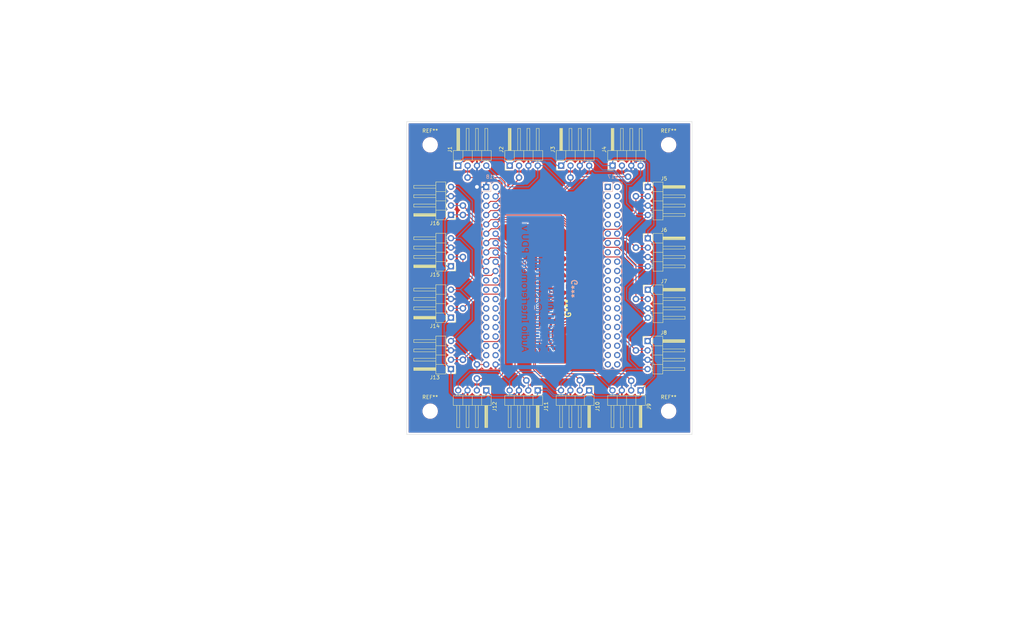
<source format=kicad_pcb>
(kicad_pcb (version 20211014) (generator pcbnew)
  (layers (0 "F.Cu" signal) (31 "B.Cu" signal) (34 "B.Paste" user) (35 "F.Paste" user) (36 "B.SilkS" user "B.Silkscreen") (37 "F.SilkS" user "F.Silkscreen") (38 "B.Mask" user) (39 "F.Mask" user) (44 "Edge.Cuts" user))
  (net 0 "")
  (net 1 "/CLK")
  (net 2 "/D1")
  (net 3 "/GND")
  (net 4 "/3V3")
  (net 5 "/D2")
  (net 6 "/D3")
  (net 7 "/D4")
  (net 8 "/D5")
  (net 9 "/D6")
  (net 10 "/D7")
  (net 11 "/D8")
  (net 12 "/D9")
  (net 13 "/D10")
  (net 14 "/D11")
  (net 15 "/D12")
  (net 16 "/D13")
  (net 17 "/D14")
  (net 18 "/D15")
  (net 19 "/D16")
  (footprint "MountingHole:MountingHole_3.2mm_M3_DIN965" (layer "F.Cu") (at 109.22 12.7)
    (fp_text reference "REF**")
    (fp_text value "MountingHole_3.2mm_M3_DIN965")
  )
  (footprint "MountingHole:MountingHole_3.2mm_M3_DIN965" (layer "F.Cu") (at 109.22 85.09)
    (fp_text reference "REF**")
    (fp_text value "MountingHole_3.2mm_M3_DIN965")
  )
  (footprint "MountingHole:MountingHole_3.2mm_M3_DIN965" (layer "F.Cu") (at 44.45 85.09)
    (fp_text reference "REF**")
    (fp_text value "MountingHole_3.2mm_M3_DIN965")
  )
  (footprint "LOGO" (layer "F.Cu") (at 81.915 57.15 90)
    (fp_text reference "G***")
    (fp_text value "LOGO" hide)
  )
  (footprint "Connector_PinHeader_2.54mm:PinHeader_1x04_P2.54mm_Horizontal" (layer "F.Cu") (at 101.59 79.445 -90)
    (fp_text reference "J9")
    (fp_text value "Conn_01x04")
  )
  (footprint "Connector_PinHeader_2.54mm:PinHeader_1x04_P2.54mm_Horizontal" (layer "F.Cu") (at 80.02 18.345 90)
    (fp_text reference "J3")
    (fp_text value "Conn_01x04")
  )
  (footprint "Connector_PinHeader_2.54mm:PinHeader_1x04_P2.54mm_Horizontal" (layer "F.Cu") (at 103.575 38.11)
    (fp_text reference "J6")
    (fp_text value "Conn_01x04")
  )
  (footprint "Connector_PinHeader_2.54mm:PinHeader_1x04_P2.54mm_Horizontal" (layer "F.Cu") (at 50.095 45.71 180)
    (fp_text reference "J15")
    (fp_text value "Conn_01x04")
  )
  (footprint "Connector_PinHeader_2.54mm:PinHeader_1x04_P2.54mm_Horizontal" (layer "F.Cu") (at 103.575 52.08)
    (fp_text reference "J7")
    (fp_text value "Conn_01x04")
  )
  (footprint "Connector_PinHeader_2.54mm:PinHeader_1x04_P2.54mm_Horizontal" (layer "F.Cu") (at 50.095 31.74 180)
    (fp_text reference "J16")
    (fp_text value "Conn_01x04")
  )
  (footprint "Connector_PinHeader_2.54mm:PinHeader_1x04_P2.54mm_Horizontal" (layer "F.Cu") (at 50.095 73.65 180)
    (fp_text reference "J13")
    (fp_text value "Conn_01x04")
  )
  (footprint "Connector_PinHeader_2.54mm:PinHeader_1x04_P2.54mm_Horizontal" (layer "F.Cu") (at 66.05 18.345 90)
    (fp_text reference "J2")
    (fp_text value "Conn_01x04")
  )
  (footprint "Connector_PinHeader_2.54mm:PinHeader_1x04_P2.54mm_Horizontal" (layer "F.Cu") (at 50.095 59.68 180)
    (fp_text reference "J14")
    (fp_text value "Conn_01x04")
  )
  (footprint "Connector_PinHeader_2.54mm:PinHeader_1x04_P2.54mm_Horizontal" (layer "F.Cu") (at 103.505 66.04)
    (fp_text reference "J8")
    (fp_text value "Conn_01x04")
  )
  (footprint "Connector_PinHeader_2.54mm:PinHeader_1x04_P2.54mm_Horizontal" (layer "F.Cu") (at 103.575 24.14)
    (fp_text reference "J5")
    (fp_text value "Conn_01x04")
  )
  (footprint "Connector_PinHeader_2.54mm:PinHeader_1x04_P2.54mm_Horizontal" (layer "F.Cu") (at 93.99 18.345 90)
    (fp_text reference "J4")
    (fp_text value "Conn_01x04")
  )
  (footprint "Connector_PinHeader_2.54mm:PinHeader_1x04_P2.54mm_Horizontal" (layer "F.Cu") (at 52.08 18.345 90)
    (fp_text reference "J1")
    (fp_text value "Conn_01x04")
  )
  (footprint "Connector_PinHeader_2.54mm:PinHeader_1x04_P2.54mm_Horizontal" (layer "F.Cu") (at 87.62 79.445 -90)
    (fp_text reference "J10")
    (fp_text value "Conn_01x04")
  )
  (footprint "MountingHole:MountingHole_3.2mm_M3_DIN965" (layer "F.Cu") (at 44.45 12.7)
    (fp_text reference "REF**")
    (fp_text value "MountingHole_3.2mm_M3_DIN965")
  )
  (footprint "Connector_PinHeader_2.54mm:PinHeader_1x04_P2.54mm_Horizontal" (layer "F.Cu") (at 73.65 79.445 -90)
    (fp_text reference "J11")
    (fp_text value "Conn_01x04")
  )
  (footprint "Connector_PinHeader_2.54mm:PinHeader_1x04_P2.54mm_Horizontal" (layer "F.Cu") (at 59.68 79.445 -90)
    (fp_text reference "J12")
    (fp_text value "Conn_01x04")
  )
  (footprint "Connector_PinSocket_2.54mm:PinSocket_2x20_P2.54mm_Vertical" (layer "B.Cu") (at 59.67 24.16 180)
    (fp_text reference "J18")
    (fp_text value "Conn_02x20_Odd_Even")
  )
  (footprint "Connector_PinSocket_2.54mm:PinSocket_2x20_P2.54mm_Vertical" (layer "B.Cu") (at 92.71 24.13 180)
    (fp_text reference "J17")
    (fp_text value "Conn_02x20_Odd_Even")
  )
  (footprint "LOGO" (layer "B.Cu") (at 73.025 52.07 90)
    (fp_text reference "G***")
    (fp_text value "LOGO" hide)
  )
  (gr_line (start 38.1 91.44) (end 38.1 6.35) (layer "Edge.Cuts") (width 0.1))
  (gr_line (start 115.57 6.35) (end 115.57 91.44) (layer "Edge.Cuts") (width 0.1))
  (gr_line (start 38.1 6.35) (end 115.57 6.35) (layer "Edge.Cuts") (width 0.1))
  (gr_line (start 115.57 91.44) (end 38.1 91.44) (layer "Edge.Cuts") (width 0.1))
  (segment (start 57.785 34.925) (end 57.785 48.13) (width 0.25) (layer "F.Cu") (net 1))
  (segment (start 57.785 48.13) (end 57.85 48.195) (width 0.25) (layer "F.Cu") (net 1))
  (segment (start 57.85 48.195) (end 61.035 48.195) (width 0.25) (layer "F.Cu") (net 1))
  (segment (start 53.34 31.75) (end 54.61 31.75) (width 0.25) (layer "F.Cu") (net 1))
  (segment (start 54.61 31.75) (end 57.785 34.925) (width 0.25) (layer "F.Cu") (net 1))
  (segment (start 61.035 48.195) (end 62.21 47.02) (width 0.25) (layer "F.Cu") (net 1))
  (via (at 53.34 31.75) (size 1.778) (drill 1.016) (layers "F.Cu" "B.Cu") (net 1))
  (segment (start 59.68 79.445) (end 59.68 80.545) (width 0.25) (layer "B.Cu") (net 1))
  (segment (start 103.575 36.12638) (end 103.575 38.11) (width 0.25) (layer "B.Cu") (net 1))
  (segment (start 73.65 79.445) (end 73.65 80.545) (width 0.25) (layer "B.Cu") (net 1))
  (segment (start 103.575 24.14) (end 104.675 24.14) (width 0.25) (layer "B.Cu") (net 1))
  (segment (start 48.26 61.515) (end 50.095 59.68) (width 0.25) (layer "B.Cu") (net 1))
  (segment (start 50.095 45.71) (end 48.995 45.71) (width 0.25) (layer "B.Cu") (net 1))
  (segment (start 101.59 79.445) (end 101.59 80.545) (width 0.25) (layer "B.Cu") (net 1))
  (segment (start 103.505 66.04) (end 104.775 67.31) (width 0.25) (layer "B.Cu") (net 1))
  (segment (start 66.05 18.345) (end 64.215 16.51) (width 0.25) (layer "B.Cu") (net 1))
  (segment (start 61.304501 81.069501) (end 59.68 79.445) (width 0.25) (layer "B.Cu") (net 1))
  (segment (start 78.92 18.345) (end 77.295499 16.720499) (width 0.25) (layer "B.Cu") (net 1))
  (segment (start 48.26 71.815) (end 48.26 61.515) (width 0.25) (layer "B.Cu") (net 1))
  (segment (start 105.41 75.625) (end 101.59 79.445) (width 0.25) (layer "B.Cu") (net 1))
  (segment (start 94.514501 16.720499) (end 102.445499 16.720499) (width 0.25) (layer "B.Cu") (net 1))
  (segment (start 103.575 52.08) (end 105.41 53.915) (width 0.25) (layer "B.Cu") (net 1))
  (segment (start 48.470499 45.185499) (end 48.470499 33.364501) (width 0.25) (layer "B.Cu") (net 1))
  (segment (start 93.99 17.245) (end 94.514501 16.720499) (width 0.25) (layer "B.Cu") (net 1))
  (segment (start 73.72 79.375) (end 73.65 79.445) (width 0.25) (layer "B.Cu") (net 1))
  (segment (start 105.199501 34.501879) (end 103.575 36.12638) (width 0.25) (layer "B.Cu") (net 1))
  (segment (start 87.62 79.445) (end 85.995499 81.069501) (width 0.25) (layer "B.Cu") (net 1))
  (segment (start 105.41 53.915) (end 105.41 64.135) (width 0.25) (layer "B.Cu") (net 1))
  (segment (start 53.33 31.74) (end 53.34 31.75) (width 0.25) (layer "B.Cu") (net 1))
  (segment (start 50.095 73.65) (end 48.26 71.815) (width 0.25) (layer "B.Cu") (net 1))
  (segment (start 103.575 38.11) (end 105.199501 39.734501) (width 0.25) (layer "B.Cu") (net 1))
  (segment (start 85.995499 81.069501) (end 77.894501 81.069501) (width 0.25) (layer "B.Cu") (net 1))
  (segment (start 91.37 18.345) (end 93.99 18.345) (width 0.25) (layer "B.Cu") (net 1))
  (segment (start 80.02 18.345) (end 81.644501 16.720499) (width 0.25) (layer "B.Cu") (net 1))
  (segment (start 80.02 18.345) (end 78.92 18.345) (width 0.25) (layer "B.Cu") (net 1))
  (segment (start 105.41 64.135) (end 103.505 66.04) (width 0.25) (layer "B.Cu") (net 1))
  (segment (start 105.199501 39.734501) (end 105.199501 50.455499) (width 0.25) (layer "B.Cu") (net 1))
  (segment (start 104.775 71.755) (end 105.41 72.39) (width 0.25) (layer "B.Cu") (net 1))
  (segment (start 105.41 72.39) (end 105.41 75.625) (width 0.25) (layer "B.Cu") (net 1))
  (segment (start 76.2 79.375) (end 73.72 79.375) (width 0.25) (layer "B.Cu") (net 1))
  (segment (start 93.99 18.345) (end 93.99 17.245) (width 0.25) (layer "B.Cu") (net 1))
  (segment (start 101.065499 81.069501) (end 89.244501 81.069501) (width 0.25) (layer "B.Cu") (net 1))
  (segment (start 48.470499 58.055499) (end 48.470499 47.334501) (width 0.25) (layer "B.Cu") (net 1))
  (segment (start 48.995 45.71) (end 48.470499 45.185499) (width 0.25) (layer "B.Cu") (net 1))
  (segment (start 73.65 80.545) (end 73.125499 81.069501) (width 0.25) (layer "B.Cu") (net 1))
  (segment (start 105.199501 50.455499) (end 103.575 52.08) (width 0.25) (layer "B.Cu") (net 1))
  (segment (start 104.675 24.14) (end 105.199501 24.664501) (width 0.25) (layer "B.Cu") (net 1))
  (segment (start 102.445499 16.720499) (end 103.575 17.85) (width 0.25) (layer "B.Cu") (net 1))
  (segment (start 89.244501 81.069501) (end 87.62 79.445) (width 0.25) (layer "B.Cu") (net 1))
  (segment (start 73.125499 81.069501) (end 61.304501 81.069501) (width 0.25) (layer "B.Cu") (net 1))
  (segment (start 51.224501 81.069501) (end 50.095 79.94) (width 0.25) (layer "B.Cu") (net 1))
  (segment (start 50.095 59.68) (end 48.470499 58.055499) (width 0.25) (layer "B.Cu") (net 1))
  (segment (start 64.215 16.51) (end 53.915 16.51) (width 0.25) (layer "B.Cu") (net 1))
  (segment (start 77.295499 16.720499) (end 67.674501 16.720499) (width 0.25) (layer "B.Cu") (net 1))
  (segment (start 89.745499 16.720499) (end 91.37 18.345) (width 0.25) (layer "B.Cu") (net 1))
  (segment (start 104.775 67.31) (end 104.775 71.755) (width 0.25) (layer "B.Cu") (net 1))
  (segment (start 59.155499 81.069501) (end 51.224501 81.069501) (width 0.25) (layer "B.Cu") (net 1))
  (segment (start 105.199501 24.664501) (end 105.199501 34.501879) (width 0.25) (layer "B.Cu") (net 1))
  (segment (start 53.915 16.51) (end 52.08 18.345) (width 0.25) (layer "B.Cu") (net 1))
  (segment (start 59.68 80.545) (end 59.155499 81.069501) (width 0.25) (layer "B.Cu") (net 1))
  (segment (start 101.59 80.545) (end 101.065499 81.069501) (width 0.25) (layer "B.Cu") (net 1))
  (segment (start 50.095 31.74) (end 53.33 31.74) (width 0.25) (layer "B.Cu") (net 1))
  (segment (start 81.644501 16.720499) (end 89.745499 16.720499) (width 0.25) (layer "B.Cu") (net 1))
  (segment (start 67.674501 16.720499) (end 66.05 18.345) (width 0.25) (layer "B.Cu") (net 1))
  (segment (start 48.470499 47.334501) (end 50.095 45.71) (width 0.25) (layer "B.Cu") (net 1))
  (segment (start 50.095 79.94) (end 50.095 73.65) (width 0.25) (layer "B.Cu") (net 1))
  (segment (start 48.470499 33.364501) (end 50.095 31.74) (width 0.25) (layer "B.Cu") (net 1))
  (segment (start 77.894501 81.069501) (end 76.2 79.375) (width 0.25) (layer "B.Cu") (net 1))
  (segment (start 103.575 17.85) (end 103.575 24.14) (width 0.25) (layer "B.Cu") (net 1))
  (segment (start 63.5 21.59) (end 64.77 22.86) (width 0.25) (layer "F.Cu") (net 2))
  (segment (start 64.77 22.86) (end 64.77 24.14) (width 0.25) (layer "F.Cu") (net 2))
  (segment (start 54.61 21.59) (end 63.5 21.59) (width 0.25) (layer "F.Cu") (net 2))
  (segment (start 64.77 24.14) (end 62.21 26.7) (width 0.25) (layer "F.Cu") (net 2))
  (via (at 54.61 21.59) (size 1.778) (drill 1.016) (layers "F.Cu" "B.Cu") (net 2))
  (segment (start 54.62 18.345) (end 54.62 21.58) (width 0.25) (layer "B.Cu") (net 2))
  (segment (start 54.62 21.58) (end 54.61 21.59) (width 0.25) (layer "B.Cu") (net 2))
  (segment (start 57.15 24.13) (end 57.18 24.16) (width 0.25) (layer "F.Cu") (net 3))
  (segment (start 57.18 24.16) (end 59.67 24.16) (width 0.25) (layer "F.Cu") (net 3))
  (via (at 57.15 24.13) (size 1.778) (drill 1.016) (layers "F.Cu" "B.Cu") (net 3))
  (segment (start 104.19931 76.2) (end 102.235 76.2) (width 0.25) (layer "B.Cu") (net 3))
  (segment (start 52.07 33.655) (end 53.975 33.655) (width 0.25) (layer "B.Cu") (net 3))
  (segment (start 53.33 40.63) (end 50.095 40.63) (width 0.25) (layer "B.Cu") (net 3))
  (segment (start 57.16 18.345) (end 58.545499 16.959501) (width 0.25) (layer "B.Cu") (net 3))
  (segment (start 102.87 17.78069) (end 102.87 20.955) (width 0.25) (layer "B.Cu") (net 3))
  (segment (start 58.545499 16.959501) (end 60.774501 16.959501) (width 0.25) (layer "B.Cu") (net 3))
  (segment (start 54.61 41.91) (end 53.33 40.63) (width 0.25) (layer "B.Cu") (net 3))
  (segment (start 48.92 53.425) (end 48.92 50.775) (width 0.25) (layer "B.Cu") (net 3))
  (segment (start 48.92 50.775) (end 54.61 45.085) (width 0.25) (layer "B.Cu") (net 3))
  (segment (start 96.51 79.445) (end 95.335 80.62) (width 0.25) (layer "B.Cu") (net 3))
  (segment (start 71.13 22.215) (end 71.13 18.345) (width 0.25) (layer "B.Cu") (net 3))
  (segment (start 71.13 18.345) (end 72.305 17.17) (width 0.25) (layer "B.Cu") (net 3))
  (segment (start 53.975 33.655) (end 55.245 32.385) (width 0.25) (layer "B.Cu") (net 3))
  (segment (start 99.92 21.364655) (end 99.92 19.195) (width 0.25) (layer "B.Cu") (net 3))
  (segment (start 102.25931 17.17) (end 102.87 17.78069) (width 0.25) (layer "B.Cu") (net 3))
  (segment (start 103.575 43.19) (end 104.75 44.365) (width 0.25) (layer "B.Cu") (net 3))
  (segment (start 57.16 18.345) (end 57.16 24.12) (width 0.25) (layer "B.Cu") (net 3))
  (segment (start 104.75 33.045) (end 98.425 39.37) (width 0.25) (layer "B.Cu") (net 3))
  (segment (start 52.695 68.57) (end 50.095 68.57) (width 0.25) (layer "B.Cu") (net 3))
  (segment (start 50.095 68.57) (end 48.709501 67.184501) (width 0.25) (layer "B.Cu") (net 3))
  (segment (start 98.425 27.305) (end 100.34 29.22) (width 0.25) (layer "B.Cu") (net 3))
  (segment (start 103.575 29.22) (end 104.75 30.395) (width 0.25) (layer "B.Cu") (net 3))
  (segment (start 54.6 76.21) (end 54.6 79.445) (width 0.25) (layer "B.Cu") (net 3))
  (segment (start 102.87 20.955) (end 98.425 25.4) (width 0.25) (layer "B.Cu") (net 3))
  (segment (start 104.775 72.39069) (end 104.775 75.62431) (width 0.25) (layer "B.Cu") (net 3))
  (segment (start 97.79 74.93) (end 96.51 76.21) (width 0.25) (layer "B.Cu") (net 3))
  (segment (start 55.245 32.385) (end 55.245 28.555) (width 0.25) (layer "B.Cu") (net 3))
  (segment (start 103.575 57.16) (end 104.75 58.335) (width 0.25) (layer "B.Cu") (net 3))
  (segment (start 98.424655 22.86) (end 99.92 21.364655) (width 0.25) (layer "B.Cu") (net 3))
  (segment (start 104.75 44.365) (end 104.75 46.38) (width 0.25) (layer "B.Cu") (net 3))
  (segment (start 82.54 77.46) (end 82.54 79.445) (width 0.25) (layer "B.Cu") (net 3))
  (segment (start 97.79069 22.86) (end 98.424655 22.86) (width 0.25) (layer "B.Cu") (net 3))
  (segment (start 54.61 45.085) (end 54.61 41.91) (width 0.25) (layer "B.Cu") (net 3))
  (segment (start 81.28 22.86) (end 83.82 22.86) (width 0.25) (layer "B.Cu") (net 3))
  (segment (start 104.75 30.395) (end 104.75 33.045) (width 0.25) (layer "B.Cu") (net 3))
  (segment (start 104.75 61.62069) (end 98.874501 67.496189) (width 0.25) (layer "B.Cu") (net 3))
  (segment (start 67.31 23.495) (end 69.85 23.495) (width 0.25) (layer "B.Cu") (net 3))
  (segment (start 69.85 74.93) (end 68.57 76.21) (width 0.25) (layer "B.Cu") (net 3))
  (segment (start 99.07 18.345) (end 100.245 17.17) (width 0.25) (layer "B.Cu") (net 3))
  (segment (start 98.874501 69.664501) (end 100.33 71.12) (width 0.25) (layer "B.Cu") (net 3))
  (segment (start 98.425 41.275) (end 100.34 43.19) (width 0.25) (layer "B.Cu") (net 3))
  (segment (start 103.505 71.12) (end 103.505 71.12069) (width 0.25) (layer "B.Cu") (net 3))
  (segment (start 82.54 79.445) (end 81.365 80.62) (width 0.25) (layer "B.Cu") (net 3))
  (segment (start 48.709501 67.184501) (end 48.709501 63.685499) (width 0.25) (layer "B.Cu") (net 3))
  (segment (start 50.095 54.6) (end 48.92 53.425) (width 0.25) (layer "B.Cu") (net 3))
  (segment (start 85.1 21.58) (end 85.1 18.345) (width 0.25) (layer "B.Cu") (net 3))
  (segment (start 100.245 17.17) (end 102.25931 17.17) (width 0.25) (layer "B.Cu") (net 3))
  (segment (start 83.82 74.93) (end 81.915 76.835) (width 0.25) (layer "B.Cu") (net 3))
  (segment (start 55.245 56.515) (end 53.33 54.6) (width 0.25) (layer "B.Cu") (net 3))
  (segment (start 55.245 57.15) (end 55.245 56.515) (width 0.25) (layer "B.Cu") (net 3))
  (segment (start 48.92 36.805) (end 52.07 33.655) (width 0.25) (layer "B.Cu") (net 3))
  (segment (start 78.08069 80.62) (end 72.39069 74.93) (width 0.25) (layer "B.Cu") (net 3))
  (segment (start 104.775 75.62431) (end 104.19931 76.2) (width 0.25) (layer "B.Cu") (net 3))
  (segment (start 85.1 18.345) (end 86.275 17.17) (width 0.25) (layer "B.Cu") (net 3))
  (segment (start 54.61 70.485) (end 52.695 68.57) (width 0.25) (layer "B.Cu") (net 3))
  (segment (start 100.34 29.22) (end 103.575 29.22) (width 0.25) (layer "B.Cu") (net 3))
  (segment (start 54.6 79.445) (end 53.425 80.62) (width 0.25) (layer "B.Cu") (net 3))
  (segment (start 94.45069 19.52) (end 97.79069 22.86) (width 0.25) (layer "B.Cu") (net 3))
  (segment (start 50.8 80.00931) (end 50.8 76.2) (width 0.25) (layer "B.Cu") (net 3))
  (segment (start 55.245 28.555) (end 53.35 26.66) (width 0.25) (layer "B.Cu") (net 3))
  (segment (start 100.97569 57.16) (end 103.575 57.16) (width 0.25) (layer "B.Cu") (net 3))
  (segment (start 87.63 74.93) (end 83.82 74.93) (width 0.25) (layer "B.Cu") (net 3))
  (segment (start 60.774501 16.959501) (end 67.31 23.495) (width 0.25) (layer "B.Cu") (net 3))
  (segment (start 98.425 52.705) (end 98.425 54.60931) (width 0.25) (layer "B.Cu") (net 3))
  (segment (start 91.275 19.52) (end 94.45069 19.52) (width 0.25) (layer "B.Cu") (net 3))
  (segment (start 100.34 43.19) (end 103.575 43.19) (width 0.25) (layer "B.Cu") (net 3))
  (segment (start 104.75 46.38) (end 98.425 52.705) (width 0.25) (layer "B.Cu") (net 3))
  (segment (start 50.8 76.2) (end 54.61 72.39) (width 0.25) (layer "B.Cu") (net 3))
  (segment (start 75.59 17.17) (end 81.28 22.86) (width 0.25) (layer "B.Cu") (net 3))
  (segment (start 83.82 22.86) (end 85.1 21.58) (width 0.25) (layer "B.Cu") (net 3))
  (segment (start 57.16 24.12) (end 57.15 24.13) (width 0.25) (layer "B.Cu") (net 3))
  (segment (start 55.88 74.93) (end 54.6 76.21) (width 0.25) (layer "B.Cu") (net 3))
  (segment (start 100.965 74.93) (end 97.79 74.93) (width 0.25) (layer "B.Cu") (net 3))
  (segment (start 98.425 54.60931) (end 100.97569 57.16) (width 0.25) (layer "B.Cu") (net 3))
  (segment (start 65.38 80.62) (end 59.69 74.93) (width 0.25) (layer "B.Cu") (net 3))
  (segment (start 95.335 80.62) (end 93.32 80.62) (width 0.25) (layer "B.Cu") (net 3))
  (segment (start 68.57 76.21) (end 68.57 79.445) (width 0.25) (layer "B.Cu") (net 3))
  (segment (start 59.69 74.93) (end 55.88 74.93) (width 0.25) (layer "B.Cu") (net 3))
  (segment (start 98.425 39.37) (end 98.425 41.275) (width 0.25) (layer "B.Cu") (net 3))
  (segment (start 67.395 80.62) (end 65.38 80.62) (width 0.25) (layer "B.Cu") (net 3))
  (segment (start 81.365 80.62) (end 78.08069 80.62) (width 0.25) (layer "B.Cu") (net 3))
  (segment (start 72.305 17.17) (end 75.59 17.17) (width 0.25) (layer "B.Cu") (net 3))
  (segment (start 102.235 76.2) (end 100.965 74.93) (width 0.25) (layer "B.Cu") (net 3))
  (segment (start 48.92 39.455) (end 48.92 36.805) (width 0.25) (layer "B.Cu") (net 3))
  (segment (start 98.425 25.4) (end 98.425 27.305) (width 0.25) (layer "B.Cu") (net 3))
  (segment (start 53.35 26.66) (end 50.095 26.66) (width 0.25) (layer "B.Cu") (net 3))
  (segment (start 86.275 17.17) (end 88.925 17.17) (width 0.25) (layer "B.Cu") (net 3))
  (segment (start 51.41069 80.62) (end 50.8 80.00931) (width 0.25) (layer "B.Cu") (net 3))
  (segment (start 54.61 72.39) (end 54.61 70.485) (width 0.25) (layer "B.Cu") (net 3))
  (segment (start 100.33 71.12) (end 103.505 71.12) (width 0.25) (layer "B.Cu") (net 3))
  (segment (start 104.75 58.335) (end 104.75 61.62069) (width 0.25) (layer "B.Cu") (net 3))
  (segment (start 99.92 19.195) (end 99.07 18.345) (width 0.25) (layer "B.Cu") (net 3))
  (segment (start 98.874501 67.496189) (end 98.874501 69.664501) (width 0.25) (layer "B.Cu") (net 3))
  (segment (start 81.915 76.835) (end 82.54 77.46) (width 0.25) (layer "B.Cu") (net 3))
  (segment (start 93.32 80.62) (end 87.63 74.93) (width 0.25) (layer "B.Cu") (net 3))
  (segment (start 53.425 80.62) (end 51.41069 80.62) (width 0.25) (layer "B.Cu") (net 3))
  (segment (start 68.57 79.445) (end 67.395 80.62) (width 0.25) (layer "B.Cu") (net 3))
  (segment (start 48.709501 63.685499) (end 55.245 57.15) (width 0.25) (layer "B.Cu") (net 3))
  (segment (start 69.85 23.495) (end 71.13 22.215) (width 0.25) (layer "B.Cu") (net 3))
  (segment (start 53.33 54.6) (end 50.095 54.6) (width 0.25) (layer "B.Cu") (net 3))
  (segment (start 72.39069 74.93) (end 69.85 74.93) (width 0.25) (layer "B.Cu") (net 3))
  (segment (start 50.095 40.63) (end 48.92 39.455) (width 0.25) (layer "B.Cu") (net 3))
  (segment (start 96.51 76.21) (end 96.51 79.445) (width 0.25) (layer "B.Cu") (net 3))
  (segment (start 103.505 71.12069) (end 104.775 72.39069) (width 0.25) (layer "B.Cu") (net 3))
  (segment (start 88.925 17.17) (end 91.275 19.52) (width 0.25) (layer "B.Cu") (net 3))
  (segment (start 59.67 72.42) (end 57.18 72.42) (width 0.25) (layer "F.Cu") (net 4))
  (segment (start 57.18 72.42) (end 57.15 72.39) (width 0.25) (layer "F.Cu") (net 4))
  (via (at 57.15 72.39) (size 1.778) (drill 1.016) (layers "F.Cu" "B.Cu") (net 4))
  (segment (start 101.61 18.345) (end 101.61 20.945) (width 0.25) (layer "B.Cu") (net 4))
  (segment (start 103.575 45.73) (end 97.79 51.515) (width 0.25) (layer "B.Cu") (net 4))
  (segment (start 97.79 23.495) (end 94.264501 19.969501) (width 0.25) (layer "B.Cu") (net 4))
  (segment (start 103.575 59.7) (end 98.425 64.85) (width 0.25) (layer "B.Cu") (net 4))
  (segment (start 55.88 41.275) (end 55.88 48.875) (width 0.25) (layer "B.Cu") (net 4))
  (segment (start 81.915 24.765) (end 83.185 24.765) (width 0.25) (layer "B.Cu") (net 4))
  (segment (start 97.79 23.495) (end 99.06 23.495) (width 0.25) (layer "B.Cu") (net 4))
  (segment (start 80 79.445) (end 80 77.48) (width 0.25) (layer "B.Cu") (net 4))
  (segment (start 57.15 72.39) (end 57.15 74.295) (width 0.25) (layer "B.Cu") (net 4))
  (segment (start 83.185 74.295) (end 88.82 74.295) (width 0.25) (layer "B.Cu") (net 4))
  (segment (start 51.445 38.09) (end 50.095 38.09) (width 0.25) (layer "B.Cu") (net 4))
  (segment (start 50.095 24.12) (end 52.06 24.12) (width 0.25) (layer "B.Cu") (net 4))
  (segment (start 62.865 74.295) (end 66.03 77.46) (width 0.25) (layer "B.Cu") (net 4))
  (segment (start 55.88 60.245) (end 50.095 66.03) (width 0.25) (layer "B.Cu") (net 4))
  (segment (start 55.88 55.245) (end 55.88 60.245) (width 0.25) (layer "B.Cu") (net 4))
  (segment (start 52.06 77.48) (end 55.245 74.295) (width 0.25) (layer "B.Cu") (net 4))
  (segment (start 98.425 64.85) (end 98.425 71.12) (width 0.25) (layer "B.Cu") (net 4))
  (segment (start 97.79 43.18) (end 97.79 37.545) (width 0.25) (layer "B.Cu") (net 4))
  (segment (start 80 77.48) (end 83.185 74.295) (width 0.25) (layer "B.Cu") (net 4))
  (segment (start 80 79.445) (end 78.175 79.445) (width 0.25) (layer "B.Cu") (net 4))
  (segment (start 73.67 18.345) (end 75.495 18.345) (width 0.25) (layer "B.Cu") (net 4))
  (segment (start 83.185 24.765) (end 87.64 20.31) (width 0.25) (layer "B.Cu") (net 4))
  (segment (start 103.575 45.73) (end 100.34 45.73) (width 0.25) (layer "B.Cu") (net 4))
  (segment (start 73.67 21.58) (end 73.67 18.345) (width 0.25) (layer "B.Cu") (net 4))
  (segment (start 52.695 38.09) (end 55.88 41.275) (width 0.25) (layer "B.Cu") (net 4))
  (segment (start 55.245 74.295) (end 57.15 74.295) (width 0.25) (layer "B.Cu") (net 4))
  (segment (start 97.79 73.66) (end 93.345 78.105) (width 0.25) (layer "B.Cu") (net 4))
  (segment (start 97.79 24.13) (end 97.79 23.495) (width 0.25) (layer "B.Cu") (net 4))
  (segment (start 103.575 31.76) (end 100.975 31.76) (width 0.25) (layer "B.Cu") (net 4))
  (segment (start 94.264501 19.969501) (end 89.264501 19.969501) (width 0.25) (layer "B.Cu") (net 4))
  (segment (start 78.175 79.445) (end 73.025 74.295) (width 0.25) (layer "B.Cu") (net 4))
  (segment (start 75.495 18.345) (end 81.915 24.765) (width 0.25) (layer "B.Cu") (net 4))
  (segment (start 93.345 78.82) (end 93.97 79.445) (width 0.25) (layer "B.Cu") (net 4))
  (segment (start 101.61 20.945) (end 99.06 23.495) (width 0.25) (layer "B.Cu") (net 4))
  (segment (start 50.095 52.06) (end 52.695 52.06) (width 0.25) (layer "B.Cu") (net 4))
  (segment (start 97.79 28.575) (end 97.79 24.13) (width 0.25) (layer "B.Cu") (net 4))
  (segment (start 93.345 78.105) (end 93.345 78.82) (width 0.25) (layer "B.Cu") (net 4))
  (segment (start 55.88 33.655) (end 51.445 38.09) (width 0.25) (layer "B.Cu") (net 4))
  (segment (start 55.88 27.94) (end 55.88 33.655) (width 0.25) (layer "B.Cu") (net 4))
  (segment (start 97.79 54.61) (end 102.88 59.7) (width 0.25) (layer "B.Cu") (net 4))
  (segment (start 88.82 74.295) (end 93.97 79.445) (width 0.25) (layer "B.Cu") (net 4))
  (segment (start 52.695 52.06) (end 55.88 55.245) (width 0.25) (layer "B.Cu") (net 4))
  (segment (start 52.06 79.445) (end 52.06 77.48) (width 0.25) (layer "B.Cu") (net 4))
  (segment (start 50.095 66.03) (end 51.297081 66.03) (width 0.25) (layer "B.Cu") (net 4))
  (segment (start 100.34 45.73) (end 97.79 43.18) (width 0.25) (layer "B.Cu") (net 4))
  (segment (start 66.03 77.46) (end 66.03 79.445) (width 0.25) (layer "B.Cu") (net 4))
  (segment (start 71.12 24.13) (end 73.67 21.58) (width 0.25) (layer "B.Cu") (net 4))
  (segment (start 100.965 73.66) (end 103.505 73.66) (width 0.25) (layer "B.Cu") (net 4))
  (segment (start 100.975 31.76) (end 97.79 28.575) (width 0.25) (layer "B.Cu") (net 4))
  (segment (start 57.15 71.882919) (end 57.15 72.39) (width 0.25) (layer "B.Cu") (net 4))
  (segment (start 87.64 20.31) (end 87.64 18.345) (width 0.25) (layer "B.Cu") (net 4))
  (segment (start 57.15 74.295) (end 62.865 74.295) (width 0.25) (layer "B.Cu") (net 4))
  (segment (start 102.88 59.7) (end 103.575 59.7) (width 0.25) (layer "B.Cu") (net 4))
  (segment (start 52.06 24.12) (end 55.88 27.94) (width 0.25) (layer "B.Cu") (net 4))
  (segment (start 98.425 71.12) (end 100.965 73.66) (width 0.25) (layer "B.Cu") (net 4))
  (segment (start 65.485 24.13) (end 71.12 24.13) (width 0.25) (layer "B.Cu") (net 4))
  (segment (start 59.7 18.345) (end 65.485 24.13) (width 0.25) (layer "B.Cu") (net 4))
  (segment (start 97.79 37.545) (end 103.575 31.76) (width 0.25) (layer "B.Cu") (net 4))
  (segment (start 51.297081 66.03) (end 57.15 71.882919) (width 0.25) (layer "B.Cu") (net 4))
  (segment (start 50.095 38.09) (end 52.695 38.09) (width 0.25) (layer "B.Cu") (net 4))
  (segment (start 66.03 76.845) (end 66.03 79.445) (width 0.25) (layer "B.Cu") (net 4))
  (segment (start 103.505 73.66) (end 97.79 73.66) (width 0.25) (layer "B.Cu") (net 4))
  (segment (start 97.79 51.515) (end 97.79 54.61) (width 0.25) (layer "B.Cu") (net 4))
  (segment (start 89.264501 19.969501) (end 87.64 18.345) (width 0.25) (layer "B.Cu") (net 4))
  (segment (start 55.88 48.875) (end 52.695 52.06) (width 0.25) (layer "B.Cu") (net 4))
  (segment (start 68.58 74.295) (end 66.03 76.845) (width 0.25) (layer "B.Cu") (net 4))
  (segment (start 73.025 74.295) (end 68.58 74.295) (width 0.25) (layer "B.Cu") (net 4))
  (segment (start 60.845 28.065) (end 59.67 29.24) (width 0.25) (layer "F.Cu") (net 5))
  (segment (start 68.58 21.991701) (end 62.506701 28.065) (width 0.25) (layer "F.Cu") (net 5))
  (segment (start 62.506701 28.065) (end 60.845 28.065) (width 0.25) (layer "F.Cu") (net 5))
  (segment (start 68.58 21.59) (end 68.58 21.991701) (width 0.25) (layer "F.Cu") (net 5))
  (via (at 68.58 21.59) (size 1.778) (drill 1.016) (layers "F.Cu" "B.Cu") (net 5))
  (segment (start 68.59 18.345) (end 68.59 21.58) (width 0.25) (layer "B.Cu") (net 5))
  (segment (start 68.59 21.58) (end 68.58 21.59) (width 0.25) (layer "B.Cu") (net 5))
  (segment (start 82.55 21.59) (end 82.55 22.86) (width 0.25) (layer "F.Cu") (net 6))
  (segment (start 82.55 22.86) (end 76.17 29.24) (width 0.25) (layer "F.Cu") (net 6))
  (segment (start 76.17 29.24) (end 62.21 29.24) (width 0.25) (layer "F.Cu") (net 6))
  (via (at 82.55 21.59) (size 1.778) (drill 1.016) (layers "F.Cu" "B.Cu") (net 6))
  (segment (start 82.56 21.58) (end 82.55 21.59) (width 0.25) (layer "B.Cu") (net 6))
  (segment (start 82.56 18.345) (end 82.56 21.58) (width 0.25) (layer "B.Cu") (net 6))
  (segment (start 62.78931 30.565) (end 63.50931 29.845) (width 0.25) (layer "F.Cu") (net 7))
  (segment (start 63.50931 29.845) (end 76.20069 29.845) (width 0.25) (layer "F.Cu") (net 7))
  (segment (start 84.678937 21.366753) (end 98.201753 21.366753) (width 0.25) (layer "F.Cu") (net 7))
  (segment (start 76.20069 29.845) (end 84.678937 21.366753) (width 0.25) (layer "F.Cu") (net 7))
  (segment (start 60.885 30.565) (end 62.78931 30.565) (width 0.25) (layer "F.Cu") (net 7))
  (segment (start 59.67 31.78) (end 60.885 30.565) (width 0.25) (layer "F.Cu") (net 7))
  (via (at 98.201753 21.366753) (size 1.778) (drill 1.016) (layers "F.Cu" "B.Cu") (net 7))
  (segment (start 96.53 18.345) (end 96.53 20.33) (width 0.25) (layer "B.Cu") (net 7))
  (segment (start 96.53 20.33) (end 97.566753 21.366753) (width 0.25) (layer "B.Cu") (net 7))
  (segment (start 97.566753 21.366753) (end 98.201753 21.366753) (width 0.25) (layer "B.Cu") (net 7))
  (segment (start 90.92665 38.735) (end 86.99707 38.735) (width 0.25) (layer "F.Cu") (net 8))
  (segment (start 100.33 30.871701) (end 95.546701 35.655) (width 0.25) (layer "F.Cu") (net 8))
  (segment (start 91.44 36.31665) (end 91.44 38.22165) (width 0.25) (layer "F.Cu") (net 8))
  (segment (start 100.33 26.67) (end 100.33 30.871701) (width 0.25) (layer "F.Cu") (net 8))
  (segment (start 86.99707 38.735) (end 80.04207 31.78) (width 0.25) (layer "F.Cu") (net 8))
  (segment (start 95.546701 35.655) (end 92.10165 35.655) (width 0.25) (layer "F.Cu") (net 8))
  (segment (start 80.04207 31.78) (end 62.21 31.78) (width 0.25) (layer "F.Cu") (net 8))
  (segment (start 92.10165 35.655) (end 91.44 36.31665) (width 0.25) (layer "F.Cu") (net 8))
  (segment (start 91.44 38.22165) (end 90.92665 38.735) (width 0.25) (layer "F.Cu") (net 8))
  (via (at 100.33 26.67) (size 1.778) (drill 1.016) (layers "F.Cu" "B.Cu") (net 8))
  (segment (start 100.34 26.68) (end 100.33 26.67) (width 0.25) (layer "B.Cu") (net 8))
  (segment (start 103.575 26.68) (end 100.34 26.68) (width 0.25) (layer "B.Cu") (net 8))
  (segment (start 90.92734 39.37) (end 86.99638 39.37) (width 0.25) (layer "F.Cu") (net 9))
  (segment (start 62.81431 33.02) (end 60.97 33.02) (width 0.25) (layer "F.Cu") (net 9))
  (segment (start 86.99638 39.37) (end 80.01138 32.385) (width 0.25) (layer "F.Cu") (net 9))
  (segment (start 60.97 33.02) (end 59.67 34.32) (width 0.25) (layer "F.Cu") (net 9))
  (segment (start 80.01138 32.385) (end 63.44931 32.385) (width 0.25) (layer "F.Cu") (net 9))
  (segment (start 97.79 38.1) (end 92.19734 38.1) (width 0.25) (layer "F.Cu") (net 9))
  (segment (start 92.19734 38.1) (end 90.92734 39.37) (width 0.25) (layer "F.Cu") (net 9))
  (segment (start 63.44931 32.385) (end 62.81431 33.02) (width 0.25) (layer "F.Cu") (net 9))
  (segment (start 100.33 40.64) (end 97.79 38.1) (width 0.25) (layer "F.Cu") (net 9))
  (via (at 100.33 40.64) (size 1.778) (drill 1.016) (layers "F.Cu" "B.Cu") (net 9))
  (segment (start 100.34 40.65) (end 100.33 40.64) (width 0.25) (layer "B.Cu") (net 9))
  (segment (start 103.575 40.65) (end 100.34 40.65) (width 0.25) (layer "B.Cu") (net 9))
  (segment (start 63.51 33.02) (end 62.21 34.32) (width 0.25) (layer "F.Cu") (net 10))
  (segment (start 86.810191 39.819501) (end 80.01069 33.02) (width 0.25) (layer "F.Cu") (net 10))
  (segment (start 100.33 54.61) (end 100.33 45.328299) (width 0.25) (layer "F.Cu") (net 10))
  (segment (start 91.254501 39.819501) (end 86.810191 39.819501) (width 0.25) (layer "F.Cu") (net 10))
  (segment (start 95.546701 40.545) (end 91.98 40.545) (width 0.25) (layer "F.Cu") (net 10))
  (segment (start 91.98 40.545) (end 91.254501 39.819501) (width 0.25) (layer "F.Cu") (net 10))
  (segment (start 100.33 45.328299) (end 95.546701 40.545) (width 0.25) (layer "F.Cu") (net 10))
  (segment (start 80.01069 33.02) (end 63.51 33.02) (width 0.25) (layer "F.Cu") (net 10))
  (via (at 100.33 54.61) (size 1.778) (drill 1.016) (layers "F.Cu" "B.Cu") (net 10))
  (segment (start 103.575 54.62) (end 100.34 54.62) (width 0.25) (layer "B.Cu") (net 10))
  (segment (start 100.34 54.62) (end 100.33 54.61) (width 0.25) (layer "B.Cu") (net 10))
  (segment (start 100.33 68.58) (end 96.52 64.77) (width 0.25) (layer "F.Cu") (net 11))
  (segment (start 96.52 43.815) (end 95.885 43.18) (width 0.25) (layer "F.Cu") (net 11))
  (segment (start 61.035 35.495) (end 59.67 36.86) (width 0.25) (layer "F.Cu") (net 11))
  (segment (start 92.075 43.18) (end 91.44 42.545) (width 0.25) (layer "F.Cu") (net 11))
  (segment (start 90.805 40.64) (end 86.995 40.64) (width 0.25) (layer "F.Cu") (net 11))
  (segment (start 95.885 43.18) (end 92.075 43.18) (width 0.25) (layer "F.Cu") (net 11))
  (segment (start 62.696701 35.495) (end 61.035 35.495) (width 0.25) (layer "F.Cu") (net 11))
  (segment (start 86.995 40.64) (end 80.01 33.655) (width 0.25) (layer "F.Cu") (net 11))
  (segment (start 96.52 64.77) (end 96.52 43.815) (width 0.25) (layer "F.Cu") (net 11))
  (segment (start 91.44 41.275) (end 90.805 40.64) (width 0.25) (layer "F.Cu") (net 11))
  (segment (start 80.01 33.655) (end 64.536701 33.655) (width 0.25) (layer "F.Cu") (net 11))
  (segment (start 91.44 42.545) (end 91.44 41.275) (width 0.25) (layer "F.Cu") (net 11))
  (segment (start 64.536701 33.655) (end 62.696701 35.495) (width 0.25) (layer "F.Cu") (net 11))
  (via (at 100.33 68.58) (size 1.778) (drill 1.016) (layers "F.Cu" "B.Cu") (net 11))
  (segment (start 103.505 68.58) (end 100.33 68.58) (width 0.25) (layer "B.Cu") (net 11))
  (segment (start 62.21 36.86) (end 73.025 47.675) (width 0.25) (layer "F.Cu") (net 12))
  (segment (start 97.155 74.93) (end 99.06 76.835) (width 0.25) (layer "F.Cu") (net 12))
  (segment (start 73.025 73.65931) (end 74.29569 74.93) (width 0.25) (layer "F.Cu") (net 12))
  (segment (start 74.29569 74.93) (end 97.155 74.93) (width 0.25) (layer "F.Cu") (net 12))
  (segment (start 73.025 47.675) (end 73.025 73.65931) (width 0.25) (layer "F.Cu") (net 12))
  (via (at 99.06 76.835) (size 1.778) (drill 1.016) (layers "F.Cu" "B.Cu") (net 12))
  (segment (start 99.05 76.845) (end 99.06 76.835) (width 0.25) (layer "B.Cu") (net 12))
  (segment (start 99.05 79.445) (end 99.05 76.845) (width 0.25) (layer "B.Cu") (net 12))
  (segment (start 60.845 38.225) (end 62.696701 38.225) (width 0.25) (layer "F.Cu") (net 13))
  (segment (start 72.575499 73.845499) (end 74.295 75.565) (width 0.25) (layer "F.Cu") (net 13))
  (segment (start 72.575499 48.103798) (end 72.575499 73.845499) (width 0.25) (layer "F.Cu") (net 13))
  (segment (start 62.696701 38.225) (end 72.575499 48.103798) (width 0.25) (layer "F.Cu") (net 13))
  (segment (start 83.947 75.565) (end 85.09 76.708) (width 0.25) (layer "F.Cu") (net 13))
  (segment (start 59.67 39.4) (end 60.845 38.225) (width 0.25) (layer "F.Cu") (net 13))
  (segment (start 74.295 75.565) (end 83.947 75.565) (width 0.25) (layer "F.Cu") (net 13))
  (via (at 85.09 76.708) (size 1.778) (drill 1.016) (layers "F.Cu" "B.Cu") (net 13))
  (segment (start 85.08 76.718) (end 85.09 76.708) (width 0.25) (layer "B.Cu") (net 13))
  (segment (start 85.08 79.445) (end 85.08 76.718) (width 0.25) (layer "B.Cu") (net 13))
  (segment (start 67.495499 44.685499) (end 67.495499 73.656649) (width 0.25) (layer "F.Cu") (net 14))
  (segment (start 67.495499 73.656649) (end 70.579425 76.740575) (width 0.25) (layer "F.Cu") (net 14))
  (segment (start 62.21 39.4) (end 67.495499 44.685499) (width 0.25) (layer "F.Cu") (net 14))
  (via (at 70.579425 76.740575) (size 1.778) (drill 1.016) (layers "F.Cu" "B.Cu") (net 14))
  (segment (start 71.11 77.27115) (end 70.579425 76.740575) (width 0.25) (layer "B.Cu") (net 14))
  (segment (start 71.11 79.445) (end 71.11 77.27115) (width 0.25) (layer "B.Cu") (net 14))
  (segment (start 64.77 53.975) (end 64.135 54.61) (width 0.25) (layer "F.Cu") (net 15))
  (segment (start 60.845 40.765) (end 62.696701 40.765) (width 0.25) (layer "F.Cu") (net 15))
  (segment (start 59.67 41.94) (end 60.845 40.765) (width 0.25) (layer "F.Cu") (net 15))
  (segment (start 64.135 54.61) (end 64.135 74.93) (width 0.25) (layer "F.Cu") (net 15))
  (segment (start 64.77 42.838299) (end 64.77 53.975) (width 0.25) (layer "F.Cu") (net 15))
  (segment (start 62.696701 40.765) (end 64.77 42.838299) (width 0.25) (layer "F.Cu") (net 15))
  (segment (start 62.865 76.2) (end 57.15 76.2) (width 0.25) (layer "F.Cu") (net 15))
  (segment (start 64.135 74.93) (end 62.865 76.2) (width 0.25) (layer "F.Cu") (net 15))
  (via (at 57.15 76.2) (size 1.778) (drill 1.016) (layers "F.Cu" "B.Cu") (net 15))
  (segment (start 57.14 79.445) (end 57.14 76.21) (width 0.25) (layer "B.Cu") (net 15))
  (segment (start 57.14 76.21) (end 57.15 76.2) (width 0.25) (layer "B.Cu") (net 15))
  (segment (start 62.26069 41.94) (end 64.320499 43.999809) (width 0.25) (layer "F.Cu") (net 16))
  (segment (start 62.74 66.165) (end 58.295 66.165) (width 0.25) (layer "F.Cu") (net 16))
  (segment (start 64.320499 53.788811) (end 63.685499 54.423811) (width 0.25) (layer "F.Cu") (net 16))
  (segment (start 63.685499 54.424501) (end 63.5 54.61) (width 0.25) (layer "F.Cu") (net 16))
  (segment (start 62.21 41.94) (end 62.26069 41.94) (width 0.25) (layer "F.Cu") (net 16))
  (segment (start 64.320499 43.999809) (end 64.320499 53.788811) (width 0.25) (layer "F.Cu") (net 16))
  (segment (start 63.685499 54.423811) (end 63.685499 54.424501) (width 0.25) (layer "F.Cu") (net 16))
  (segment (start 63.5 54.61) (end 63.5 65.405) (width 0.25) (layer "F.Cu") (net 16))
  (segment (start 63.5 65.405) (end 62.74 66.165) (width 0.25) (layer "F.Cu") (net 16))
  (segment (start 58.295 66.165) (end 53.34 71.12) (width 0.25) (layer "F.Cu") (net 16))
  (via (at 53.34 71.12) (size 1.778) (drill 1.016) (layers "F.Cu" "B.Cu") (net 16))
  (segment (start 50.095 71.11) (end 53.33 71.11) (width 0.25) (layer "B.Cu") (net 16))
  (segment (start 53.33 71.11) (end 53.34 71.12) (width 0.25) (layer "B.Cu") (net 16))
  (segment (start 63.435 53.275) (end 63.870998 52.839002) (width 0.25) (layer "F.Cu") (net 17))
  (segment (start 63.870998 52.839002) (end 63.870998 44.185998) (width 0.25) (layer "F.Cu") (net 17))
  (segment (start 60.845 43.305) (end 59.67 44.48) (width 0.25) (layer "F.Cu") (net 17))
  (segment (start 62.99 43.305) (end 60.845 43.305) (width 0.25) (layer "F.Cu") (net 17))
  (segment (start 63.870998 44.185998) (end 62.99 43.305) (width 0.25) (layer "F.Cu") (net 17))
  (segment (start 53.34 57.15) (end 57.215 53.275) (width 0.25) (layer "F.Cu") (net 17))
  (segment (start 57.215 53.275) (end 63.435 53.275) (width 0.25) (layer "F.Cu") (net 17))
  (via (at 53.34 57.15) (size 1.778) (drill 1.016) (layers "F.Cu" "B.Cu") (net 17))
  (segment (start 53.33 57.14) (end 53.34 57.15) (width 0.25) (layer "B.Cu") (net 17))
  (segment (start 50.095 57.14) (end 53.33 57.14) (width 0.25) (layer "B.Cu") (net 17))
  (segment (start 62.21 44.48) (end 63.421497 45.691497) (width 0.25) (layer "F.Cu") (net 18))
  (segment (start 63.421497 45.691497) (end 63.421497 50.243503) (width 0.25) (layer "F.Cu") (net 18))
  (segment (start 53.34 46.355) (end 53.34 43.18) (width 0.25) (layer "F.Cu") (net 18))
  (segment (start 57.785 50.8) (end 53.34 46.355) (width 0.25) (layer "F.Cu") (net 18))
  (segment (start 62.865 50.8) (end 57.785 50.8) (width 0.25) (layer "F.Cu") (net 18))
  (segment (start 63.421497 50.243503) (end 62.865 50.8) (width 0.25) (layer "F.Cu") (net 18))
  (via (at 53.34 43.18) (size 1.778) (drill 1.016) (layers "F.Cu" "B.Cu") (net 18))
  (segment (start 53.34 43.18) (end 53.33 43.17) (width 0.25) (layer "B.Cu") (net 18))
  (segment (start 53.33 43.17) (end 50.095 43.17) (width 0.25) (layer "B.Cu") (net 18))
  (segment (start 58.495 45.845) (end 59.67 47.02) (width 0.25) (layer "F.Cu") (net 19))
  (segment (start 53.34 29.21) (end 58.495 34.365) (width 0.25) (layer "F.Cu") (net 19))
  (segment (start 58.495 34.365) (end 58.495 45.845) (width 0.25) (layer "F.Cu") (net 19))
  (via (at 53.34 29.21) (size 1.778) (drill 1.016) (layers "F.Cu" "B.Cu") (net 19))
  (segment (start 50.095 29.2) (end 53.33 29.2) (width 0.25) (layer "B.Cu") (net 19))
  (segment (start 53.33 29.2) (end 53.34 29.21) (width 0.25) (layer "B.Cu") (net 19))
  (zone (net 3) (net_name "/GND") (layer "F.Cu") (connect_pads (clearance 0.508)) (min_thickness 0.254) (fill yes (thermal_gap 0.508) (thermal_bridge_width 0.508))
    (polygon (pts (xy 196.85 102.87) (xy 83.82 127) (xy -29.21 118.11) (xy -40.64 12.7) (xy -19.05 -17.78) (xy 119.38 -17.78)))
  )
  (zone (net 3) (net_name "/GND") (layer "B.Cu") (connect_pads (clearance 0.508)) (min_thickness 0.254) (fill yes (thermal_gap 0.508) (thermal_bridge_width 0.508))
    (polygon (pts (xy 152.4 8.89) (xy 205.74 111.76) (xy -33.02 143.51) (xy -72.39 5.08) (xy -19.05 -24.13) (xy 137.16 -26.67)))
  )
)
</source>
